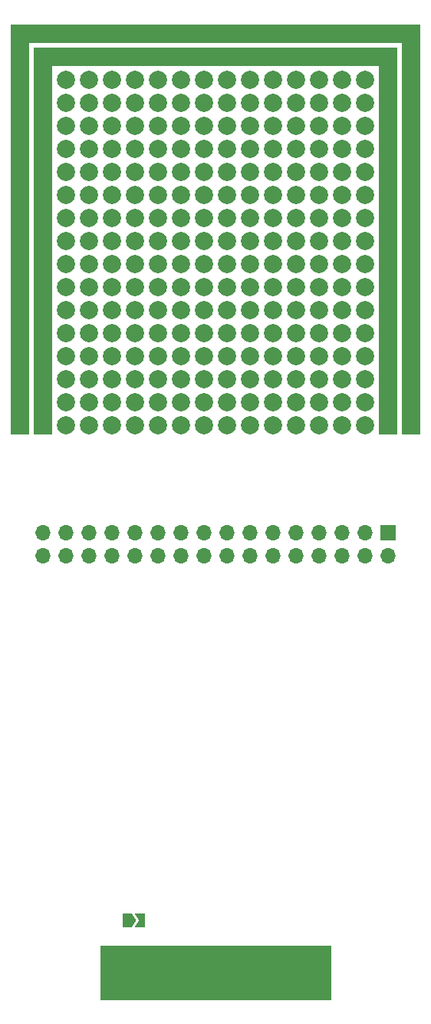
<source format=gbs>
%TF.GenerationSoftware,KiCad,Pcbnew,6.0.2+dfsg-1*%
%TF.CreationDate,2022-07-07T18:02:14-05:00*%
%TF.ProjectId,protopak64,70726f74-6f70-4616-9b36-342e6b696361,rev?*%
%TF.SameCoordinates,Original*%
%TF.FileFunction,Soldermask,Bot*%
%TF.FilePolarity,Negative*%
%FSLAX46Y46*%
G04 Gerber Fmt 4.6, Leading zero omitted, Abs format (unit mm)*
G04 Created by KiCad (PCBNEW 6.0.2+dfsg-1) date 2022-07-07 18:02:14*
%MOMM*%
%LPD*%
G01*
G04 APERTURE LIST*
G04 Aperture macros list*
%AMFreePoly0*
4,1,6,1.000000,0.000000,0.500000,-0.750000,-0.500000,-0.750000,-0.500000,0.750000,0.500000,0.750000,1.000000,0.000000,1.000000,0.000000,$1*%
%AMFreePoly1*
4,1,6,0.500000,-0.750000,-0.650000,-0.750000,-0.150000,0.000000,-0.650000,0.750000,0.500000,0.750000,0.500000,-0.750000,0.500000,-0.750000,$1*%
G04 Aperture macros list end*
%ADD10C,0.120000*%
%ADD11R,1.700000X1.700000*%
%ADD12O,1.700000X1.700000*%
%ADD13R,1.000000X5.400000*%
%ADD14R,2.000000X2.000000*%
%ADD15C,2.000000*%
%ADD16FreePoly0,0.000000*%
%ADD17FreePoly1,0.000000*%
G04 APERTURE END LIST*
D10*
%TO.C,J1*%
X131064000Y-155219000D02*
X156464000Y-155219000D01*
X156464000Y-155219000D02*
X156464000Y-149319000D01*
X156464000Y-149319000D02*
X131064000Y-149319000D01*
X131064000Y-149319000D02*
X131064000Y-155219000D01*
G36*
X131064000Y-155219000D02*
G01*
X156464000Y-155219000D01*
X156464000Y-149319000D01*
X131064000Y-149319000D01*
X131064000Y-155219000D01*
G37*
%TO.C,REF\u002A\u002A*%
G36*
X166354000Y-92948000D02*
G01*
X164354000Y-92948000D01*
X164354000Y-49768000D01*
X123174000Y-49768000D01*
X123174000Y-92948000D01*
X121174000Y-92948000D01*
X121174000Y-47768000D01*
X166354000Y-47768000D01*
X166354000Y-92948000D01*
G37*
G36*
X163814000Y-92948000D02*
G01*
X161814000Y-92948000D01*
X161814000Y-52308000D01*
X125714000Y-52308000D01*
X125714000Y-92948000D01*
X123714000Y-92948000D01*
X123714000Y-50308000D01*
X163814000Y-50308000D01*
X163814000Y-92948000D01*
G37*
%TD*%
D11*
%TO.C,J2*%
X162814000Y-103754000D03*
D12*
X162814000Y-106294000D03*
X160274000Y-103754000D03*
X160274000Y-106294000D03*
X157734000Y-103754000D03*
X157734000Y-106294000D03*
X155194000Y-103754000D03*
X155194000Y-106294000D03*
X152654000Y-103754000D03*
X152654000Y-106294000D03*
X150114000Y-103754000D03*
X150114000Y-106294000D03*
X147574000Y-103754000D03*
X147574000Y-106294000D03*
X145034000Y-103754000D03*
X145034000Y-106294000D03*
X142494000Y-103754000D03*
X142494000Y-106294000D03*
X139954000Y-103754000D03*
X139954000Y-106294000D03*
X137414000Y-103754000D03*
X137414000Y-106294000D03*
X134874000Y-103754000D03*
X134874000Y-106294000D03*
X132334000Y-103754000D03*
X132334000Y-106294000D03*
X129794000Y-103754000D03*
X129794000Y-106294000D03*
X127254000Y-103754000D03*
X127254000Y-106294000D03*
X124714000Y-103754000D03*
X124714000Y-106294000D03*
%TD*%
D13*
%TO.C,J1*%
X155014000Y-152019000D03*
X153514000Y-152019000D03*
X152014000Y-152019000D03*
X150514000Y-152019000D03*
X149014000Y-152019000D03*
X147514000Y-152019000D03*
X146014000Y-152019000D03*
X144514000Y-152019000D03*
X143014000Y-152019000D03*
X141514000Y-152019000D03*
X140014000Y-152019000D03*
X138514000Y-152019000D03*
X137014000Y-152019000D03*
X135514000Y-152019000D03*
X134014000Y-152019000D03*
X132514000Y-152019000D03*
%TD*%
D14*
%TO.C,REF\u002A\u002A*%
X122174000Y-48768000D03*
X124714000Y-48768000D03*
X127254000Y-48768000D03*
X129794000Y-48768000D03*
X132334000Y-48768000D03*
X134874000Y-48768000D03*
X137414000Y-48768000D03*
X139954000Y-48768000D03*
X142494000Y-48768000D03*
X145034000Y-48768000D03*
X147574000Y-48768000D03*
X150114000Y-48768000D03*
X152654000Y-48768000D03*
X155194000Y-48768000D03*
X157734000Y-48768000D03*
X160274000Y-48768000D03*
X162814000Y-48768000D03*
X165354000Y-48768000D03*
X122174000Y-51308000D03*
X124714000Y-51308000D03*
X127254000Y-51308000D03*
X129794000Y-51308000D03*
X132334000Y-51308000D03*
X134874000Y-51308000D03*
X137414000Y-51308000D03*
X139954000Y-51308000D03*
X142494000Y-51308000D03*
X145034000Y-51308000D03*
X147574000Y-51308000D03*
X150114000Y-51308000D03*
X152654000Y-51308000D03*
X155194000Y-51308000D03*
X157734000Y-51308000D03*
X160274000Y-51308000D03*
X162814000Y-51308000D03*
X165354000Y-51308000D03*
X122174000Y-53848000D03*
X124714000Y-53848000D03*
D15*
X127254000Y-53848000D03*
X129794000Y-53848000D03*
X132334000Y-53848000D03*
X134874000Y-53848000D03*
X137414000Y-53848000D03*
X139954000Y-53848000D03*
X142494000Y-53848000D03*
X145034000Y-53848000D03*
X147574000Y-53848000D03*
X150114000Y-53848000D03*
X152654000Y-53848000D03*
X155194000Y-53848000D03*
X157734000Y-53848000D03*
X160274000Y-53848000D03*
D14*
X162814000Y-53848000D03*
X165354000Y-53848000D03*
X122174000Y-56388000D03*
X124714000Y-56388000D03*
D15*
X127254000Y-56388000D03*
X129794000Y-56388000D03*
X132334000Y-56388000D03*
X134874000Y-56388000D03*
X137414000Y-56388000D03*
X139954000Y-56388000D03*
X142494000Y-56388000D03*
X145034000Y-56388000D03*
X147574000Y-56388000D03*
X150114000Y-56388000D03*
X152654000Y-56388000D03*
X155194000Y-56388000D03*
X157734000Y-56388000D03*
X160274000Y-56388000D03*
D14*
X162814000Y-56388000D03*
X165354000Y-56388000D03*
X122174000Y-58928000D03*
X124714000Y-58928000D03*
D15*
X127254000Y-58928000D03*
X129794000Y-58928000D03*
X132334000Y-58928000D03*
X134874000Y-58928000D03*
X137414000Y-58928000D03*
X139954000Y-58928000D03*
X142494000Y-58928000D03*
X145034000Y-58928000D03*
X147574000Y-58928000D03*
X150114000Y-58928000D03*
X152654000Y-58928000D03*
X155194000Y-58928000D03*
X157734000Y-58928000D03*
X160274000Y-58928000D03*
D14*
X162814000Y-58928000D03*
X165354000Y-58928000D03*
X122174000Y-61468000D03*
X124714000Y-61468000D03*
D15*
X127254000Y-61468000D03*
X129794000Y-61468000D03*
X132334000Y-61468000D03*
X134874000Y-61468000D03*
X137414000Y-61468000D03*
X139954000Y-61468000D03*
X142494000Y-61468000D03*
X145034000Y-61468000D03*
X147574000Y-61468000D03*
X150114000Y-61468000D03*
X152654000Y-61468000D03*
X155194000Y-61468000D03*
X157734000Y-61468000D03*
X160274000Y-61468000D03*
D14*
X162814000Y-61468000D03*
X165354000Y-61468000D03*
X122174000Y-64008000D03*
X124714000Y-64008000D03*
D15*
X127254000Y-64008000D03*
X129794000Y-64008000D03*
X132334000Y-64008000D03*
X134874000Y-64008000D03*
X137414000Y-64008000D03*
X139954000Y-64008000D03*
X142494000Y-64008000D03*
X145034000Y-64008000D03*
X147574000Y-64008000D03*
X150114000Y-64008000D03*
X152654000Y-64008000D03*
X155194000Y-64008000D03*
X157734000Y-64008000D03*
X160274000Y-64008000D03*
D14*
X162814000Y-64008000D03*
X165354000Y-64008000D03*
X122174000Y-66548000D03*
X124714000Y-66548000D03*
D15*
X127254000Y-66548000D03*
X129794000Y-66548000D03*
X132334000Y-66548000D03*
X134874000Y-66548000D03*
X137414000Y-66548000D03*
X139954000Y-66548000D03*
X142494000Y-66548000D03*
X145034000Y-66548000D03*
X147574000Y-66548000D03*
X150114000Y-66548000D03*
X152654000Y-66548000D03*
X155194000Y-66548000D03*
X157734000Y-66548000D03*
X160274000Y-66548000D03*
D14*
X162814000Y-66548000D03*
X165354000Y-66548000D03*
X122174000Y-69088000D03*
X124714000Y-69088000D03*
D15*
X127254000Y-69088000D03*
X129794000Y-69088000D03*
X132334000Y-69088000D03*
X134874000Y-69088000D03*
X137414000Y-69088000D03*
X139954000Y-69088000D03*
X142494000Y-69088000D03*
X145034000Y-69088000D03*
X147574000Y-69088000D03*
X150114000Y-69088000D03*
X152654000Y-69088000D03*
X155194000Y-69088000D03*
X157734000Y-69088000D03*
X160274000Y-69088000D03*
D14*
X162814000Y-69088000D03*
X165354000Y-69088000D03*
X122174000Y-71628000D03*
X124714000Y-71628000D03*
D15*
X127254000Y-71628000D03*
X129794000Y-71628000D03*
X132334000Y-71628000D03*
X134874000Y-71628000D03*
X137414000Y-71628000D03*
X139954000Y-71628000D03*
X142494000Y-71628000D03*
X145034000Y-71628000D03*
X147574000Y-71628000D03*
X150114000Y-71628000D03*
X152654000Y-71628000D03*
X155194000Y-71628000D03*
X157734000Y-71628000D03*
X160274000Y-71628000D03*
D14*
X162814000Y-71628000D03*
X165354000Y-71628000D03*
X122174000Y-74168000D03*
X124714000Y-74168000D03*
D15*
X127254000Y-74168000D03*
X129794000Y-74168000D03*
X132334000Y-74168000D03*
X134874000Y-74168000D03*
X137414000Y-74168000D03*
X139954000Y-74168000D03*
X142494000Y-74168000D03*
X145034000Y-74168000D03*
X147574000Y-74168000D03*
X150114000Y-74168000D03*
X152654000Y-74168000D03*
X155194000Y-74168000D03*
X157734000Y-74168000D03*
X160274000Y-74168000D03*
D14*
X162814000Y-74168000D03*
X165354000Y-74168000D03*
X122174000Y-76708000D03*
X124714000Y-76708000D03*
D15*
X127254000Y-76708000D03*
X129794000Y-76708000D03*
X132334000Y-76708000D03*
X134874000Y-76708000D03*
X137414000Y-76708000D03*
X139954000Y-76708000D03*
X142494000Y-76708000D03*
X145034000Y-76708000D03*
X147574000Y-76708000D03*
X150114000Y-76708000D03*
X152654000Y-76708000D03*
X155194000Y-76708000D03*
X157734000Y-76708000D03*
X160274000Y-76708000D03*
D14*
X162814000Y-76708000D03*
X165354000Y-76708000D03*
X122174000Y-79248000D03*
X124714000Y-79248000D03*
D15*
X127254000Y-79248000D03*
X129794000Y-79248000D03*
X132334000Y-79248000D03*
X134874000Y-79248000D03*
X137414000Y-79248000D03*
X139954000Y-79248000D03*
X142494000Y-79248000D03*
X145034000Y-79248000D03*
X147574000Y-79248000D03*
X150114000Y-79248000D03*
X152654000Y-79248000D03*
X155194000Y-79248000D03*
X157734000Y-79248000D03*
X160274000Y-79248000D03*
D14*
X162814000Y-79248000D03*
X165354000Y-79248000D03*
X122174000Y-81788000D03*
X124714000Y-81788000D03*
D15*
X127254000Y-81788000D03*
X129794000Y-81788000D03*
X132334000Y-81788000D03*
X134874000Y-81788000D03*
X137414000Y-81788000D03*
X139954000Y-81788000D03*
X142494000Y-81788000D03*
X145034000Y-81788000D03*
X147574000Y-81788000D03*
X150114000Y-81788000D03*
X152654000Y-81788000D03*
X155194000Y-81788000D03*
X157734000Y-81788000D03*
X160274000Y-81788000D03*
D14*
X162814000Y-81788000D03*
X165354000Y-81788000D03*
X122174000Y-84328000D03*
X124714000Y-84328000D03*
D15*
X127254000Y-84328000D03*
X129794000Y-84328000D03*
X132334000Y-84328000D03*
X134874000Y-84328000D03*
X137414000Y-84328000D03*
X139954000Y-84328000D03*
X142494000Y-84328000D03*
X145034000Y-84328000D03*
X147574000Y-84328000D03*
X150114000Y-84328000D03*
X152654000Y-84328000D03*
X155194000Y-84328000D03*
X157734000Y-84328000D03*
X160274000Y-84328000D03*
D14*
X162814000Y-84328000D03*
X165354000Y-84328000D03*
X122174000Y-86868000D03*
X124714000Y-86868000D03*
D15*
X127254000Y-86868000D03*
X129794000Y-86868000D03*
X132334000Y-86868000D03*
X134874000Y-86868000D03*
X137414000Y-86868000D03*
X139954000Y-86868000D03*
X142494000Y-86868000D03*
X145034000Y-86868000D03*
X147574000Y-86868000D03*
X150114000Y-86868000D03*
X152654000Y-86868000D03*
X155194000Y-86868000D03*
X157734000Y-86868000D03*
X160274000Y-86868000D03*
D14*
X162814000Y-86868000D03*
X165354000Y-86868000D03*
X122174000Y-89408000D03*
X124714000Y-89408000D03*
D15*
X127254000Y-89408000D03*
X129794000Y-89408000D03*
X132334000Y-89408000D03*
X134874000Y-89408000D03*
X137414000Y-89408000D03*
X139954000Y-89408000D03*
X142494000Y-89408000D03*
X145034000Y-89408000D03*
X147574000Y-89408000D03*
X150114000Y-89408000D03*
X152654000Y-89408000D03*
X155194000Y-89408000D03*
X157734000Y-89408000D03*
X160274000Y-89408000D03*
D14*
X162814000Y-89408000D03*
X165354000Y-89408000D03*
X122174000Y-91948000D03*
X124714000Y-91948000D03*
D15*
X127254000Y-91948000D03*
X129794000Y-91948000D03*
X132334000Y-91948000D03*
X134874000Y-91948000D03*
X137414000Y-91948000D03*
X139954000Y-91948000D03*
X142494000Y-91948000D03*
X145034000Y-91948000D03*
X147574000Y-91948000D03*
X150114000Y-91948000D03*
X152654000Y-91948000D03*
X155194000Y-91948000D03*
X157734000Y-91948000D03*
X160274000Y-91948000D03*
D14*
X162814000Y-91948000D03*
X165354000Y-91948000D03*
%TD*%
D16*
%TO.C,JP1*%
X134022000Y-146558000D03*
D17*
X135472000Y-146558000D03*
%TD*%
M02*

</source>
